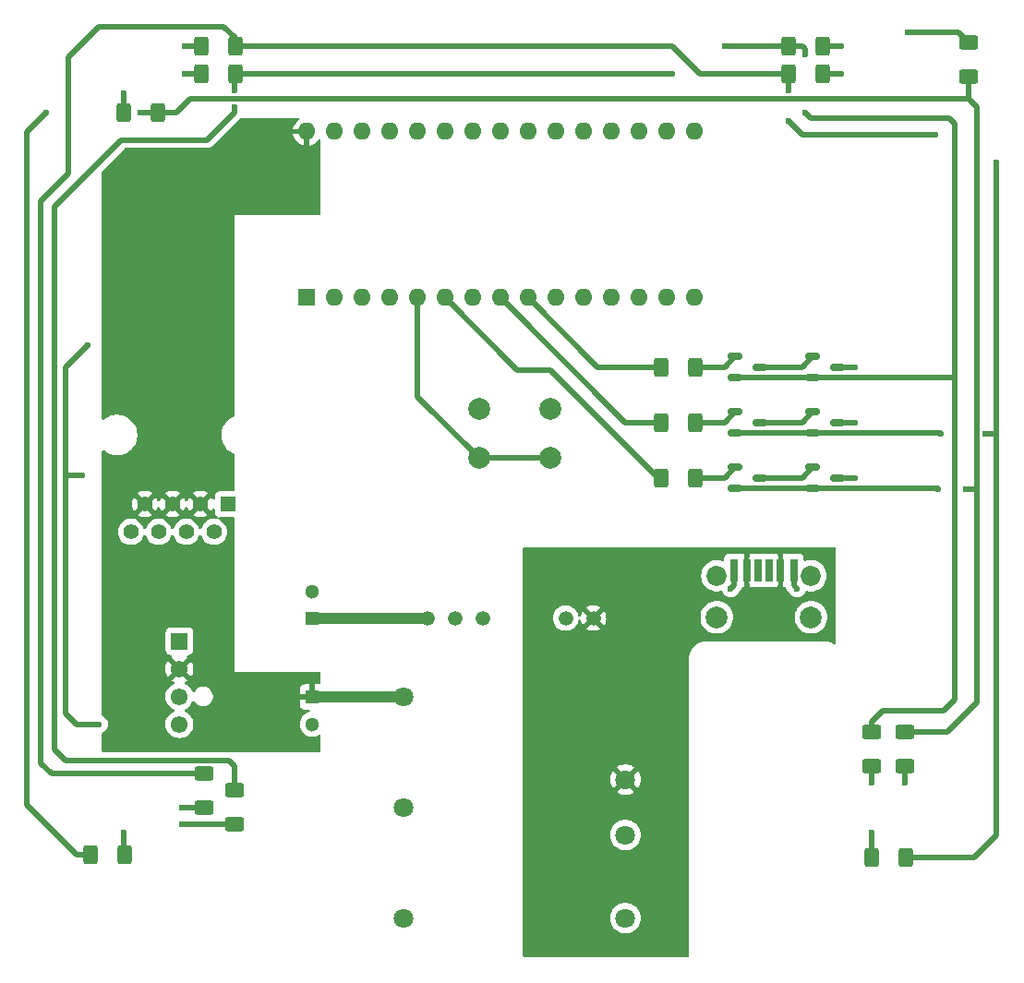
<source format=gbr>
%TF.GenerationSoftware,KiCad,Pcbnew,8.0.8*%
%TF.CreationDate,2025-06-01T20:52:10+02:00*%
%TF.ProjectId,DIYFAN_V1,44495946-414e-45f5-9631-2e6b69636164,rev?*%
%TF.SameCoordinates,Original*%
%TF.FileFunction,Copper,L1,Top*%
%TF.FilePolarity,Positive*%
%FSLAX46Y46*%
G04 Gerber Fmt 4.6, Leading zero omitted, Abs format (unit mm)*
G04 Created by KiCad (PCBNEW 8.0.8) date 2025-06-01 20:52:10*
%MOMM*%
%LPD*%
G01*
G04 APERTURE LIST*
G04 Aperture macros list*
%AMRoundRect*
0 Rectangle with rounded corners*
0 $1 Rounding radius*
0 $2 $3 $4 $5 $6 $7 $8 $9 X,Y pos of 4 corners*
0 Add a 4 corners polygon primitive as box body*
4,1,4,$2,$3,$4,$5,$6,$7,$8,$9,$2,$3,0*
0 Add four circle primitives for the rounded corners*
1,1,$1+$1,$2,$3*
1,1,$1+$1,$4,$5*
1,1,$1+$1,$6,$7*
1,1,$1+$1,$8,$9*
0 Add four rect primitives between the rounded corners*
20,1,$1+$1,$2,$3,$4,$5,0*
20,1,$1+$1,$4,$5,$6,$7,0*
20,1,$1+$1,$6,$7,$8,$9,0*
20,1,$1+$1,$8,$9,$2,$3,0*%
G04 Aperture macros list end*
%TA.AperFunction,SMDPad,CuDef*%
%ADD10RoundRect,0.250000X-0.400000X-0.625000X0.400000X-0.625000X0.400000X0.625000X-0.400000X0.625000X0*%
%TD*%
%TA.AperFunction,SMDPad,CuDef*%
%ADD11R,0.700000X2.070000*%
%TD*%
%TA.AperFunction,SMDPad,CuDef*%
%ADD12R,0.760000X2.070000*%
%TD*%
%TA.AperFunction,SMDPad,CuDef*%
%ADD13R,0.800000X2.070000*%
%TD*%
%TA.AperFunction,ComponentPad*%
%ADD14C,1.850000*%
%TD*%
%TA.AperFunction,ComponentPad*%
%ADD15C,2.010000*%
%TD*%
%TA.AperFunction,ComponentPad*%
%ADD16R,1.400000X1.400000*%
%TD*%
%TA.AperFunction,ComponentPad*%
%ADD17C,1.400000*%
%TD*%
%TA.AperFunction,SMDPad,CuDef*%
%ADD18RoundRect,0.250000X0.400000X0.625000X-0.400000X0.625000X-0.400000X-0.625000X0.400000X-0.625000X0*%
%TD*%
%TA.AperFunction,SMDPad,CuDef*%
%ADD19RoundRect,0.250000X0.625000X-0.400000X0.625000X0.400000X-0.625000X0.400000X-0.625000X-0.400000X0*%
%TD*%
%TA.AperFunction,SMDPad,CuDef*%
%ADD20RoundRect,0.250000X-0.625000X0.400000X-0.625000X-0.400000X0.625000X-0.400000X0.625000X0.400000X0*%
%TD*%
%TA.AperFunction,SMDPad,CuDef*%
%ADD21RoundRect,0.150000X-0.512500X-0.150000X0.512500X-0.150000X0.512500X0.150000X-0.512500X0.150000X0*%
%TD*%
%TA.AperFunction,ComponentPad*%
%ADD22R,1.300000X1.300000*%
%TD*%
%TA.AperFunction,ComponentPad*%
%ADD23C,1.300000*%
%TD*%
%TA.AperFunction,ComponentPad*%
%ADD24C,1.337000*%
%TD*%
%TA.AperFunction,ComponentPad*%
%ADD25R,1.530000X1.530000*%
%TD*%
%TA.AperFunction,ComponentPad*%
%ADD26C,1.550000*%
%TD*%
%TA.AperFunction,ComponentPad*%
%ADD27R,1.600000X1.600000*%
%TD*%
%TA.AperFunction,ComponentPad*%
%ADD28O,1.600000X1.600000*%
%TD*%
%TA.AperFunction,ComponentPad*%
%ADD29C,1.800000*%
%TD*%
%TA.AperFunction,ComponentPad*%
%ADD30C,2.000000*%
%TD*%
%TA.AperFunction,ViaPad*%
%ADD31C,0.600000*%
%TD*%
%TA.AperFunction,Conductor*%
%ADD32C,1.000000*%
%TD*%
%TA.AperFunction,Conductor*%
%ADD33C,0.500000*%
%TD*%
G04 APERTURE END LIST*
D10*
%TO.P,R2,1*%
%TO.N,B*%
X90932000Y-125984000D03*
%TO.P,R2,2*%
%TO.N,Net-(D1-RK)*%
X94032000Y-125984000D03*
%TD*%
D11*
%TO.P,J1,A5,CC1*%
%TO.N,unconnected-(J1-CC1-PadA5)*%
X152154000Y-99913000D03*
D12*
%TO.P,J1,A9,VBUS_1*%
%TO.N,+5VD*%
X154174000Y-99913000D03*
D13*
%TO.P,J1,A12,GND_1*%
%TO.N,GNDD*%
X155404000Y-99913000D03*
D11*
%TO.P,J1,B5,CC2*%
%TO.N,unconnected-(J1-CC2-PadB5)*%
X153154000Y-99913000D03*
D12*
%TO.P,J1,B9,VBUS_2*%
%TO.N,+5VD*%
X151134000Y-99913000D03*
D13*
%TO.P,J1,B12,GND_2*%
%TO.N,GNDD*%
X149904000Y-99913000D03*
D14*
%TO.P,J1,MH1,MH1*%
%TO.N,unconnected-(J1-PadMH1)*%
X148334000Y-100428000D03*
%TO.P,J1,MH2,MH2*%
%TO.N,unconnected-(J1-PadMH2)*%
X156974000Y-100428000D03*
D15*
%TO.P,J1,MH3,MH3*%
%TO.N,unconnected-(J1-PadMH3)*%
X148334000Y-104228000D03*
%TO.P,J1,MH4,MH4*%
%TO.N,unconnected-(J1-PadMH4)*%
X156974000Y-104228000D03*
%TD*%
D16*
%TO.P,J2,1,1*%
%TO.N,PWM_D9*%
X103505000Y-93858000D03*
D17*
%TO.P,J2,2,2*%
%TO.N,unconnected-(J2-Pad2)*%
X102235000Y-96398000D03*
%TO.P,J2,3,3*%
%TO.N,+12V*%
X100965000Y-93858000D03*
%TO.P,J2,4,4*%
%TO.N,GND*%
X99695000Y-96398000D03*
%TO.P,J2,5,5*%
%TO.N,+12V*%
X98425000Y-93858000D03*
%TO.P,J2,6,6*%
%TO.N,GND*%
X97155000Y-96398000D03*
%TO.P,J2,7,7*%
%TO.N,+12V*%
X95885000Y-93858000D03*
%TO.P,J2,8,8*%
%TO.N,GND*%
X94615000Y-96398000D03*
%TD*%
D18*
%TO.P,R8,1*%
%TO.N,R*%
X104166000Y-51816000D03*
%TO.P,R8,2*%
%TO.N,Net-(D2-GK)*%
X101066000Y-51816000D03*
%TD*%
D10*
%TO.P,R11,1*%
%TO.N,R*%
X154914000Y-54356000D03*
%TO.P,R11,2*%
%TO.N,Net-(D3-GK)*%
X158014000Y-54356000D03*
%TD*%
%TO.P,R5,1*%
%TO.N,PWM_D6*%
X143230000Y-81280000D03*
%TO.P,R5,2*%
%TO.N,Net-(Q5-B)*%
X146330000Y-81280000D03*
%TD*%
D19*
%TO.P,R10,1*%
%TO.N,B*%
X171450000Y-54636000D03*
%TO.P,R10,2*%
%TO.N,Net-(D3-RK)*%
X171450000Y-51536000D03*
%TD*%
D20*
%TO.P,R6,1*%
%TO.N,G*%
X104140000Y-120116000D03*
%TO.P,R6,2*%
%TO.N,Net-(D1-BK)*%
X104140000Y-123216000D03*
%TD*%
D21*
%TO.P,Q6,1,B*%
%TO.N,Net-(Q5-E)*%
X157104500Y-80330000D03*
%TO.P,Q6,2,C*%
%TO.N,G*%
X157104500Y-82230000D03*
%TO.P,Q6,3,E*%
%TO.N,GND*%
X159379500Y-81280000D03*
%TD*%
D10*
%TO.P,R1,1*%
%TO.N,PWM_D3*%
X143230000Y-91440000D03*
%TO.P,R1,2*%
%TO.N,Net-(Q1-B)*%
X146330000Y-91440000D03*
%TD*%
D21*
%TO.P,Q1,1,B*%
%TO.N,Net-(Q1-B)*%
X149992500Y-90490000D03*
%TO.P,Q1,2,C*%
%TO.N,B*%
X149992500Y-92390000D03*
%TO.P,Q1,3,E*%
%TO.N,Net-(Q1-E)*%
X152267500Y-91440000D03*
%TD*%
D20*
%TO.P,R15,1*%
%TO.N,G*%
X162560000Y-114782000D03*
%TO.P,R15,2*%
%TO.N,Net-(D4-BK)*%
X162560000Y-117882000D03*
%TD*%
%TO.P,R13,1*%
%TO.N,B*%
X165608000Y-114782000D03*
%TO.P,R13,2*%
%TO.N,Net-(D4-RK)*%
X165608000Y-117882000D03*
%TD*%
D22*
%TO.P,CP1,1,1*%
%TO.N,+12V*%
X111252000Y-111546000D03*
D23*
%TO.P,CP1,2,2*%
%TO.N,GND*%
X111252000Y-114046000D03*
%TD*%
D18*
%TO.P,R7,1*%
%TO.N,B*%
X97054000Y-57912000D03*
%TO.P,R7,2*%
%TO.N,Net-(D2-RK)*%
X93954000Y-57912000D03*
%TD*%
D22*
%TO.P,CP2,1,1*%
%TO.N,+5V*%
X111252000Y-104354000D03*
D23*
%TO.P,CP2,2,2*%
%TO.N,GND*%
X111252000Y-101854000D03*
%TD*%
D24*
%TO.P,PS2,1,+VIN*%
%TO.N,+5VD*%
X137014000Y-104312000D03*
%TO.P,PS2,2,-VIN*%
%TO.N,GNDD*%
X134474000Y-104312000D03*
%TO.P,PS2,5,-VOUT*%
%TO.N,GND*%
X126854000Y-104312000D03*
%TO.P,PS2,6,NO_PIN*%
%TO.N,unconnected-(PS2-NO_PIN-Pad6)*%
X124314000Y-104312000D03*
%TO.P,PS2,7,+VOUT*%
%TO.N,+5V*%
X121774000Y-104312000D03*
%TD*%
D25*
%TO.P,J3,1,1*%
%TO.N,GND*%
X99060000Y-106426000D03*
D26*
%TO.P,J3,2,2*%
%TO.N,+12V*%
X99060000Y-108966000D03*
%TO.P,J3,3,3*%
%TO.N,unconnected-(J3-Pad3)*%
X99060000Y-111506000D03*
%TO.P,J3,4,4*%
%TO.N,PWM_D9*%
X99060000Y-114046000D03*
%TD*%
D21*
%TO.P,Q4,1,B*%
%TO.N,Net-(Q3-E)*%
X157104500Y-85410000D03*
%TO.P,Q4,2,C*%
%TO.N,R*%
X157104500Y-87310000D03*
%TO.P,Q4,3,E*%
%TO.N,GND*%
X159379500Y-86360000D03*
%TD*%
D10*
%TO.P,R12,1*%
%TO.N,G*%
X154914000Y-51816000D03*
%TO.P,R12,2*%
%TO.N,Net-(D3-BK)*%
X158014000Y-51816000D03*
%TD*%
D18*
%TO.P,R14,1*%
%TO.N,R*%
X165634000Y-126238000D03*
%TO.P,R14,2*%
%TO.N,Net-(D4-GK)*%
X162534000Y-126238000D03*
%TD*%
D20*
%TO.P,R4,2*%
%TO.N,Net-(D1-GK)*%
X101346000Y-121692000D03*
%TO.P,R4,1*%
%TO.N,R*%
X101346000Y-118592000D03*
%TD*%
D10*
%TO.P,R3,1*%
%TO.N,PWM_D5*%
X143230000Y-86360000D03*
%TO.P,R3,2*%
%TO.N,Net-(Q3-B)*%
X146330000Y-86360000D03*
%TD*%
D27*
%TO.P,A1,1,D1/TX*%
%TO.N,unconnected-(A1-D1{slash}TX-Pad1)*%
X110744000Y-74920000D03*
D28*
%TO.P,A1,2,D0/RX*%
%TO.N,unconnected-(A1-D0{slash}RX-Pad2)*%
X113284000Y-74920000D03*
%TO.P,A1,3,~{RESET}*%
%TO.N,unconnected-(A1-~{RESET}-Pad3)*%
X115824000Y-74920000D03*
%TO.P,A1,4,GND*%
%TO.N,GND*%
X118364000Y-74920000D03*
%TO.P,A1,5,D2*%
%TO.N,Net-(A1-D2)*%
X120904000Y-74920000D03*
%TO.P,A1,6,D3*%
%TO.N,PWM_D3*%
X123444000Y-74920000D03*
%TO.P,A1,7,D4*%
%TO.N,unconnected-(A1-D4-Pad7)*%
X125984000Y-74920000D03*
%TO.P,A1,8,D5*%
%TO.N,PWM_D5*%
X128524000Y-74920000D03*
%TO.P,A1,9,D6*%
%TO.N,PWM_D6*%
X131064000Y-74920000D03*
%TO.P,A1,10,D7*%
%TO.N,unconnected-(A1-D7-Pad10)*%
X133604000Y-74920000D03*
%TO.P,A1,11,D8*%
%TO.N,unconnected-(A1-D8-Pad11)*%
X136144000Y-74920000D03*
%TO.P,A1,12,D9*%
%TO.N,PWM_D9*%
X138684000Y-74920000D03*
%TO.P,A1,13,D10*%
%TO.N,unconnected-(A1-D10-Pad13)*%
X141224000Y-74920000D03*
%TO.P,A1,14,D11*%
%TO.N,unconnected-(A1-D11-Pad14)*%
X143764000Y-74920000D03*
%TO.P,A1,15,D12*%
%TO.N,unconnected-(A1-D12-Pad15)*%
X146304000Y-74920000D03*
%TO.P,A1,16,D13*%
%TO.N,unconnected-(A1-D13-Pad16)*%
X146304000Y-59680000D03*
%TO.P,A1,17,3V3*%
%TO.N,+3V3*%
X143764000Y-59680000D03*
%TO.P,A1,18,AREF*%
%TO.N,unconnected-(A1-AREF-Pad18)*%
X141224000Y-59680000D03*
%TO.P,A1,19,A0*%
%TO.N,unconnected-(A1-A0-Pad19)*%
X138684000Y-59680000D03*
%TO.P,A1,20,A1*%
%TO.N,unconnected-(A1-A1-Pad20)*%
X136144000Y-59680000D03*
%TO.P,A1,21,A2*%
%TO.N,unconnected-(A1-A2-Pad21)*%
X133604000Y-59680000D03*
%TO.P,A1,22,A3*%
%TO.N,unconnected-(A1-A3-Pad22)*%
X131064000Y-59680000D03*
%TO.P,A1,23,A4*%
%TO.N,unconnected-(A1-A4-Pad23)*%
X128524000Y-59680000D03*
%TO.P,A1,24,A5*%
%TO.N,unconnected-(A1-A5-Pad24)*%
X125984000Y-59680000D03*
%TO.P,A1,25,A6*%
%TO.N,unconnected-(A1-A6-Pad25)*%
X123444000Y-59680000D03*
%TO.P,A1,26,A7*%
%TO.N,unconnected-(A1-A7-Pad26)*%
X120904000Y-59680000D03*
%TO.P,A1,27,+5V*%
%TO.N,unconnected-(A1-+5V-Pad27)*%
X118364000Y-59680000D03*
%TO.P,A1,28,~{RESET}*%
%TO.N,unconnected-(A1-~{RESET}-Pad28)*%
X115824000Y-59680000D03*
%TO.P,A1,29,GND*%
%TO.N,GND*%
X113284000Y-59680000D03*
%TO.P,A1,30,VIN*%
%TO.N,+12V*%
X110744000Y-59680000D03*
%TD*%
D21*
%TO.P,Q3,1,B*%
%TO.N,Net-(Q3-B)*%
X149992500Y-85410000D03*
%TO.P,Q3,2,C*%
%TO.N,R*%
X149992500Y-87310000D03*
%TO.P,Q3,3,E*%
%TO.N,Net-(Q3-E)*%
X152267500Y-86360000D03*
%TD*%
%TO.P,Q2,1,B*%
%TO.N,Net-(Q1-E)*%
X157104500Y-90490000D03*
%TO.P,Q2,2,C*%
%TO.N,B*%
X157104500Y-92390000D03*
%TO.P,Q2,3,E*%
%TO.N,GND*%
X159379500Y-91440000D03*
%TD*%
%TO.P,Q5,1,B*%
%TO.N,Net-(Q5-B)*%
X149992500Y-80330000D03*
%TO.P,Q5,2,C*%
%TO.N,G*%
X149992500Y-82230000D03*
%TO.P,Q5,3,E*%
%TO.N,Net-(Q5-E)*%
X152267500Y-81280000D03*
%TD*%
D29*
%TO.P,PS1,1,+VIN*%
%TO.N,+5VD*%
X139954000Y-119126000D03*
%TO.P,PS1,2,-VIN*%
%TO.N,GNDD*%
X139954000Y-124206000D03*
%TO.P,PS1,3,+VOUT*%
%TO.N,+12V*%
X119634000Y-111506000D03*
%TO.P,PS1,4,TRIM*%
%TO.N,unconnected-(PS1-TRIM-Pad4)*%
X119634000Y-121666000D03*
%TO.P,PS1,5,-VOUT*%
%TO.N,GND*%
X119634000Y-131826000D03*
%TO.P,PS1,6,R.C.*%
%TO.N,unconnected-(PS1-R.C.-Pad6)*%
X139954000Y-131826000D03*
%TD*%
D18*
%TO.P,R9,1*%
%TO.N,G*%
X104166000Y-54356000D03*
%TO.P,R9,2*%
%TO.N,Net-(D2-BK)*%
X101066000Y-54356000D03*
%TD*%
D30*
%TO.P,SW1,1,1*%
%TO.N,GND*%
X133044000Y-85126000D03*
X126544000Y-85126000D03*
%TO.P,SW1,2,2*%
%TO.N,Net-(A1-D2)*%
X133044000Y-89626000D03*
X126544000Y-89626000D03*
%TD*%
D31*
%TO.N,GND*%
X161036000Y-86360000D03*
X161036000Y-81280000D03*
X161036000Y-91440000D03*
%TO.N,R*%
X168910000Y-87376000D03*
X173990000Y-62484000D03*
X154940000Y-58674000D03*
X172974000Y-87376000D03*
X154940000Y-55880000D03*
X168402000Y-59944000D03*
%TO.N,B*%
X95504000Y-57912000D03*
X86868000Y-57912000D03*
X171196000Y-92456000D03*
X168656000Y-92456000D03*
%TO.N,G*%
X149098000Y-51816000D03*
X156464000Y-57912000D03*
X156464000Y-52578000D03*
X144272000Y-54356000D03*
X104140000Y-55880000D03*
X104140000Y-57404000D03*
%TO.N,Net-(D2-GK)*%
X99568000Y-51816000D03*
%TO.N,Net-(D2-RK)*%
X93980000Y-56134000D03*
%TO.N,Net-(D2-BK)*%
X99568000Y-54356000D03*
%TO.N,Net-(D4-RK)*%
X165608000Y-119380000D03*
%TO.N,Net-(D4-GK)*%
X162560000Y-123952000D03*
%TO.N,Net-(D4-BK)*%
X162560000Y-119380000D03*
%TO.N,Net-(D3-BK)*%
X159766000Y-51816000D03*
%TO.N,Net-(D3-RK)*%
X165862000Y-50546000D03*
%TO.N,Net-(D3-GK)*%
X159766000Y-54356000D03*
%TO.N,GNDD*%
X155702000Y-101600000D03*
X149606000Y-101600000D03*
%TO.N,PWM_D9*%
X91694000Y-114046000D03*
X90678000Y-79248000D03*
X90170000Y-91186000D03*
%TO.N,Net-(D1-GK)*%
X99314000Y-121666000D03*
%TO.N,Net-(D1-RK)*%
X93980000Y-123952000D03*
%TO.N,Net-(D1-BK)*%
X99314000Y-123190000D03*
%TD*%
D32*
%TO.N,+5V*%
X111294000Y-104312000D02*
X111252000Y-104354000D01*
X121774000Y-104312000D02*
X111294000Y-104312000D01*
%TO.N,+12V*%
X119594000Y-111546000D02*
X119634000Y-111506000D01*
X111252000Y-111546000D02*
X119594000Y-111546000D01*
D33*
%TO.N,Net-(A1-D2)*%
X126544000Y-89626000D02*
X120904000Y-83986000D01*
X126544000Y-89626000D02*
X133044000Y-89626000D01*
X120904000Y-83986000D02*
X120904000Y-74920000D01*
%TO.N,GND*%
X159379500Y-81280000D02*
X161036000Y-81280000D01*
X159379500Y-86360000D02*
X161036000Y-86360000D01*
X159379500Y-91440000D02*
X161036000Y-91440000D01*
%TO.N,PWM_D6*%
X131064000Y-74920000D02*
X137424000Y-81280000D01*
X137424000Y-81280000D02*
X143230000Y-81280000D01*
%TO.N,PWM_D5*%
X139964000Y-86360000D02*
X143230000Y-86360000D01*
X128524000Y-74920000D02*
X139964000Y-86360000D01*
%TO.N,PWM_D3*%
X133096000Y-81534000D02*
X143002000Y-91440000D01*
X143002000Y-91440000D02*
X143230000Y-91440000D01*
X123444000Y-74920000D02*
X130058000Y-81534000D01*
X130058000Y-81534000D02*
X133096000Y-81534000D01*
%TO.N,R*%
X166878000Y-59944000D02*
X168402000Y-59944000D01*
X104166000Y-51816000D02*
X144272000Y-51816000D01*
X88900000Y-52832000D02*
X88900000Y-63500000D01*
X104166000Y-51816000D02*
X104166000Y-51080000D01*
X91694000Y-50038000D02*
X88900000Y-52832000D01*
X144272000Y-51816000D02*
X146812000Y-54356000D01*
X146812000Y-54356000D02*
X154914000Y-54356000D01*
X87350000Y-118592000D02*
X101346000Y-118592000D01*
X103124000Y-50038000D02*
X91694000Y-50038000D01*
X173990000Y-87376000D02*
X173990000Y-62484000D01*
X86360000Y-117602000D02*
X87350000Y-118592000D01*
X173990000Y-124206000D02*
X173990000Y-87376000D01*
X104166000Y-51080000D02*
X103124000Y-50038000D01*
X88900000Y-63500000D02*
X86360000Y-66040000D01*
X165634000Y-126238000D02*
X171958000Y-126238000D01*
X149992500Y-87310000D02*
X157104500Y-87310000D01*
X156210000Y-59944000D02*
X166878000Y-59944000D01*
X154914000Y-55854000D02*
X154940000Y-55880000D01*
X157104500Y-87310000D02*
X168844000Y-87310000D01*
X171958000Y-126238000D02*
X173990000Y-124206000D01*
X86360000Y-66040000D02*
X86360000Y-117602000D01*
X154940000Y-58674000D02*
X156210000Y-59944000D01*
X154914000Y-54356000D02*
X154914000Y-55854000D01*
X172974000Y-87376000D02*
X173990000Y-87376000D01*
X168844000Y-87310000D02*
X168910000Y-87376000D01*
%TO.N,B*%
X169444000Y-114782000D02*
X172212000Y-112014000D01*
X165608000Y-114782000D02*
X169444000Y-114782000D01*
X85090000Y-59690000D02*
X86868000Y-57912000D01*
X100076000Y-56642000D02*
X171450000Y-56642000D01*
X89662000Y-125984000D02*
X86614000Y-122936000D01*
X97054000Y-57912000D02*
X97054000Y-57886000D01*
X90932000Y-125984000D02*
X89662000Y-125984000D01*
X171450000Y-56642000D02*
X171450000Y-54636000D01*
X85090000Y-65532000D02*
X85090000Y-61214000D01*
X172212000Y-112014000D02*
X172212000Y-92456000D01*
X86614000Y-122936000D02*
X85090000Y-121412000D01*
X97054000Y-57912000D02*
X98806000Y-57912000D01*
X85090000Y-61214000D02*
X85090000Y-59690000D01*
X149992500Y-92390000D02*
X157104500Y-92390000D01*
X157104500Y-92390000D02*
X168590000Y-92390000D01*
X172212000Y-57404000D02*
X171450000Y-56642000D01*
X168590000Y-92390000D02*
X168656000Y-92456000D01*
X98806000Y-57912000D02*
X100076000Y-56642000D01*
X85090000Y-121412000D02*
X85090000Y-117602000D01*
X95504000Y-57912000D02*
X97054000Y-57912000D01*
X172212000Y-92456000D02*
X172212000Y-57404000D01*
X171196000Y-92456000D02*
X172212000Y-92456000D01*
X85090000Y-117602000D02*
X85090000Y-65532000D01*
%TO.N,G*%
X170180000Y-82296000D02*
X170180000Y-58928000D01*
X170114000Y-82230000D02*
X170180000Y-82296000D01*
X162560000Y-113792000D02*
X163576000Y-112776000D01*
X104140000Y-117856000D02*
X103632000Y-117348000D01*
X91694000Y-117348000D02*
X89408000Y-117348000D01*
X156464000Y-52578000D02*
X156464000Y-52070000D01*
X104140000Y-54382000D02*
X104166000Y-54356000D01*
X101600000Y-60452000D02*
X104140000Y-57912000D01*
X170180000Y-111760000D02*
X170180000Y-82296000D01*
X156972000Y-58420000D02*
X156464000Y-57912000D01*
X93726000Y-60452000D02*
X100330000Y-60452000D01*
X156210000Y-51816000D02*
X154914000Y-51816000D01*
X163576000Y-112776000D02*
X169164000Y-112776000D01*
X104140000Y-57912000D02*
X104140000Y-57404000D01*
X87630000Y-114046000D02*
X87630000Y-66548000D01*
X103632000Y-117348000D02*
X91694000Y-117348000D01*
X88646000Y-117348000D02*
X87630000Y-116332000D01*
X89408000Y-117348000D02*
X88646000Y-117348000D01*
X157104500Y-82230000D02*
X170114000Y-82230000D01*
X170180000Y-58928000D02*
X169672000Y-58420000D01*
X104140000Y-55880000D02*
X104140000Y-54382000D01*
X149992500Y-82230000D02*
X157104500Y-82230000D01*
X89662000Y-64516000D02*
X93726000Y-60452000D01*
X149098000Y-51816000D02*
X154914000Y-51816000D01*
X87630000Y-116332000D02*
X87630000Y-114046000D01*
X87630000Y-66548000D02*
X89662000Y-64516000D01*
X104140000Y-120116000D02*
X104140000Y-117856000D01*
X162560000Y-114782000D02*
X162560000Y-113792000D01*
X156464000Y-52070000D02*
X156210000Y-51816000D01*
X169672000Y-58420000D02*
X156972000Y-58420000D01*
X169164000Y-112776000D02*
X170180000Y-111760000D01*
X144272000Y-54356000D02*
X144018000Y-54356000D01*
X144272000Y-54356000D02*
X104166000Y-54356000D01*
X100330000Y-60452000D02*
X101600000Y-60452000D01*
%TO.N,Net-(D2-GK)*%
X99568000Y-51816000D02*
X101066000Y-51816000D01*
%TO.N,Net-(Q1-B)*%
X146330000Y-91440000D02*
X149042500Y-91440000D01*
X149042500Y-91440000D02*
X149992500Y-90490000D01*
%TO.N,Net-(Q1-E)*%
X156154500Y-91440000D02*
X157104500Y-90490000D01*
X152267500Y-91440000D02*
X156154500Y-91440000D01*
%TO.N,Net-(Q3-B)*%
X149042500Y-86360000D02*
X149992500Y-85410000D01*
X146330000Y-86360000D02*
X149042500Y-86360000D01*
%TO.N,Net-(D2-RK)*%
X93980000Y-56134000D02*
X93980000Y-57886000D01*
X93980000Y-57886000D02*
X93954000Y-57912000D01*
%TO.N,Net-(Q3-E)*%
X152267500Y-86360000D02*
X156154500Y-86360000D01*
X156154500Y-86360000D02*
X157104500Y-85410000D01*
%TO.N,Net-(D2-BK)*%
X99568000Y-54356000D02*
X101066000Y-54356000D01*
%TO.N,Net-(Q5-B)*%
X149042500Y-81280000D02*
X149992500Y-80330000D01*
X146330000Y-81280000D02*
X149042500Y-81280000D01*
%TO.N,Net-(Q5-E)*%
X156154500Y-81280000D02*
X157104500Y-80330000D01*
X152267500Y-81280000D02*
X156154500Y-81280000D01*
%TO.N,Net-(D4-RK)*%
X165608000Y-119380000D02*
X165608000Y-117882000D01*
%TO.N,Net-(D4-GK)*%
X162560000Y-123952000D02*
X162560000Y-126212000D01*
X162560000Y-126212000D02*
X162534000Y-126238000D01*
%TO.N,Net-(D4-BK)*%
X162560000Y-119380000D02*
X162560000Y-117882000D01*
%TO.N,Net-(D3-BK)*%
X158014000Y-51816000D02*
X159766000Y-51816000D01*
%TO.N,Net-(D3-RK)*%
X170460000Y-50546000D02*
X171450000Y-51536000D01*
X165862000Y-50546000D02*
X170460000Y-50546000D01*
%TO.N,Net-(D3-GK)*%
X158014000Y-54356000D02*
X159766000Y-54356000D01*
%TO.N,GNDD*%
X149904000Y-101302000D02*
X149606000Y-101600000D01*
X149904000Y-99913000D02*
X149904000Y-101302000D01*
X155404000Y-99913000D02*
X155404000Y-101302000D01*
X155404000Y-101302000D02*
X155702000Y-101600000D01*
%TO.N,PWM_D9*%
X88646000Y-91186000D02*
X88646000Y-81280000D01*
X90170000Y-91186000D02*
X88646000Y-91186000D01*
X91694000Y-114046000D02*
X89662000Y-114046000D01*
X89662000Y-114046000D02*
X88646000Y-113030000D01*
X88646000Y-81280000D02*
X90678000Y-79248000D01*
X88646000Y-113030000D02*
X88646000Y-92964000D01*
X88646000Y-92964000D02*
X88646000Y-91186000D01*
%TO.N,Net-(D1-GK)*%
X99314000Y-121666000D02*
X101320000Y-121666000D01*
%TO.N,Net-(D1-RK)*%
X93980000Y-123952000D02*
X93980000Y-125932000D01*
X93980000Y-125932000D02*
X94032000Y-125984000D01*
X93980000Y-126466000D02*
X93954000Y-126492000D01*
%TO.N,Net-(D1-BK)*%
X99314000Y-123190000D02*
X104114000Y-123190000D01*
X104114000Y-123190000D02*
X104140000Y-123216000D01*
%TO.N,Net-(D1-GK)*%
X101320000Y-121666000D02*
X101346000Y-121692000D01*
%TD*%
%TA.AperFunction,Conductor*%
%TO.N,+12V*%
G36*
X109950747Y-58439685D02*
G01*
X109996502Y-58492489D01*
X110006446Y-58561647D01*
X109977421Y-58625203D01*
X109954832Y-58645575D01*
X109905179Y-58680342D01*
X109744342Y-58841179D01*
X109613865Y-59027517D01*
X109517734Y-59233673D01*
X109517730Y-59233682D01*
X109465127Y-59429999D01*
X109465128Y-59430000D01*
X110310988Y-59430000D01*
X110278075Y-59487007D01*
X110244000Y-59614174D01*
X110244000Y-59745826D01*
X110278075Y-59872993D01*
X110310988Y-59930000D01*
X109465128Y-59930000D01*
X109517730Y-60126317D01*
X109517734Y-60126326D01*
X109613865Y-60332482D01*
X109744342Y-60518820D01*
X109905179Y-60679657D01*
X110091517Y-60810134D01*
X110297673Y-60906265D01*
X110297682Y-60906269D01*
X110493999Y-60958872D01*
X110494000Y-60958871D01*
X110494000Y-60113012D01*
X110551007Y-60145925D01*
X110678174Y-60180000D01*
X110809826Y-60180000D01*
X110936993Y-60145925D01*
X110994000Y-60113012D01*
X110994000Y-60958872D01*
X111190317Y-60906269D01*
X111190326Y-60906265D01*
X111396482Y-60810134D01*
X111582820Y-60679657D01*
X111743660Y-60518817D01*
X111788425Y-60454887D01*
X111843002Y-60411262D01*
X111912500Y-60404069D01*
X111974855Y-60435591D01*
X112010269Y-60495821D01*
X112014000Y-60526010D01*
X112014000Y-67186000D01*
X111994315Y-67253039D01*
X111941511Y-67298794D01*
X111890000Y-67310000D01*
X104140000Y-67310000D01*
X104140000Y-85685204D01*
X104120315Y-85752243D01*
X104067511Y-85797998D01*
X104063454Y-85799765D01*
X103954788Y-85844776D01*
X103954785Y-85844777D01*
X103954777Y-85844781D01*
X103744706Y-85966067D01*
X103552263Y-86113733D01*
X103552256Y-86113739D01*
X103380739Y-86285256D01*
X103380733Y-86285263D01*
X103233067Y-86477706D01*
X103111777Y-86687785D01*
X103111773Y-86687794D01*
X103018947Y-86911895D01*
X102956161Y-87146214D01*
X102924500Y-87386711D01*
X102924500Y-87629288D01*
X102956161Y-87869785D01*
X103018947Y-88104104D01*
X103111773Y-88328205D01*
X103111776Y-88328212D01*
X103233064Y-88538289D01*
X103233066Y-88538292D01*
X103233067Y-88538293D01*
X103380733Y-88730736D01*
X103380739Y-88730743D01*
X103552256Y-88902260D01*
X103552262Y-88902265D01*
X103744711Y-89049936D01*
X103954788Y-89171224D01*
X103954793Y-89171226D01*
X103954799Y-89171229D01*
X104063452Y-89216234D01*
X104117856Y-89260074D01*
X104139921Y-89326368D01*
X104140000Y-89330795D01*
X104140000Y-92533500D01*
X104120315Y-92600539D01*
X104067511Y-92646294D01*
X104016000Y-92657500D01*
X102757129Y-92657500D01*
X102757123Y-92657501D01*
X102697516Y-92663908D01*
X102562671Y-92714202D01*
X102562664Y-92714206D01*
X102447455Y-92800452D01*
X102447452Y-92800455D01*
X102361206Y-92915664D01*
X102361202Y-92915671D01*
X102310908Y-93050517D01*
X102304501Y-93110116D01*
X102304500Y-93110135D01*
X102304500Y-93328698D01*
X102284815Y-93395737D01*
X102232011Y-93441492D01*
X102162853Y-93451436D01*
X102099297Y-93422411D01*
X102069500Y-93383970D01*
X101989633Y-93223577D01*
X101989631Y-93223574D01*
X101973860Y-93202691D01*
X101407137Y-93769414D01*
X101384333Y-93684306D01*
X101325090Y-93581694D01*
X101241306Y-93497910D01*
X101138694Y-93438667D01*
X101053584Y-93415861D01*
X101618327Y-92851118D01*
X101618326Y-92851117D01*
X101502181Y-92779203D01*
X101502175Y-92779200D01*
X101294804Y-92698865D01*
X101076193Y-92658000D01*
X100853807Y-92658000D01*
X100635195Y-92698865D01*
X100427824Y-92779200D01*
X100427818Y-92779204D01*
X100311672Y-92851117D01*
X100311671Y-92851118D01*
X100876415Y-93415861D01*
X100791306Y-93438667D01*
X100688694Y-93497910D01*
X100604910Y-93581694D01*
X100545667Y-93684306D01*
X100522861Y-93769414D01*
X99956138Y-93202691D01*
X99956137Y-93202691D01*
X99940369Y-93223571D01*
X99841240Y-93422649D01*
X99814267Y-93517452D01*
X99776987Y-93576545D01*
X99713678Y-93606103D01*
X99644438Y-93596741D01*
X99591252Y-93551432D01*
X99575733Y-93517452D01*
X99548759Y-93422649D01*
X99449633Y-93223577D01*
X99449631Y-93223574D01*
X99433860Y-93202691D01*
X98867137Y-93769414D01*
X98844333Y-93684306D01*
X98785090Y-93581694D01*
X98701306Y-93497910D01*
X98598694Y-93438667D01*
X98513584Y-93415861D01*
X99078327Y-92851118D01*
X99078326Y-92851117D01*
X98962181Y-92779203D01*
X98962175Y-92779200D01*
X98754804Y-92698865D01*
X98536193Y-92658000D01*
X98313807Y-92658000D01*
X98095195Y-92698865D01*
X97887824Y-92779200D01*
X97887818Y-92779204D01*
X97771672Y-92851117D01*
X97771671Y-92851118D01*
X98336415Y-93415861D01*
X98251306Y-93438667D01*
X98148694Y-93497910D01*
X98064910Y-93581694D01*
X98005667Y-93684306D01*
X97982861Y-93769414D01*
X97416138Y-93202691D01*
X97416137Y-93202691D01*
X97400369Y-93223571D01*
X97301240Y-93422649D01*
X97274267Y-93517452D01*
X97236987Y-93576545D01*
X97173678Y-93606103D01*
X97104438Y-93596741D01*
X97051252Y-93551432D01*
X97035733Y-93517452D01*
X97008759Y-93422649D01*
X96909633Y-93223577D01*
X96909631Y-93223574D01*
X96893860Y-93202691D01*
X96327137Y-93769414D01*
X96304333Y-93684306D01*
X96245090Y-93581694D01*
X96161306Y-93497910D01*
X96058694Y-93438667D01*
X95973584Y-93415861D01*
X96538327Y-92851118D01*
X96538326Y-92851117D01*
X96422181Y-92779203D01*
X96422175Y-92779200D01*
X96214804Y-92698865D01*
X95996193Y-92658000D01*
X95773807Y-92658000D01*
X95555195Y-92698865D01*
X95347824Y-92779200D01*
X95347818Y-92779204D01*
X95231672Y-92851117D01*
X95231671Y-92851118D01*
X95796415Y-93415861D01*
X95711306Y-93438667D01*
X95608694Y-93497910D01*
X95524910Y-93581694D01*
X95465667Y-93684306D01*
X95442861Y-93769414D01*
X94876138Y-93202691D01*
X94876137Y-93202691D01*
X94860369Y-93223571D01*
X94761240Y-93422649D01*
X94700378Y-93636560D01*
X94679859Y-93857999D01*
X94679859Y-93858000D01*
X94700378Y-94079439D01*
X94761240Y-94293350D01*
X94860364Y-94492419D01*
X94860366Y-94492421D01*
X94876138Y-94513306D01*
X95442861Y-93946584D01*
X95465667Y-94031694D01*
X95524910Y-94134306D01*
X95608694Y-94218090D01*
X95711306Y-94277333D01*
X95796415Y-94300138D01*
X95231671Y-94864880D01*
X95347823Y-94936798D01*
X95347824Y-94936799D01*
X95555195Y-95017134D01*
X95773807Y-95058000D01*
X95996193Y-95058000D01*
X96214804Y-95017134D01*
X96422177Y-94936798D01*
X96422178Y-94936797D01*
X96538327Y-94864880D01*
X95973585Y-94300138D01*
X96058694Y-94277333D01*
X96161306Y-94218090D01*
X96245090Y-94134306D01*
X96304333Y-94031694D01*
X96327138Y-93946584D01*
X96893860Y-94513306D01*
X96893861Y-94513306D01*
X96909631Y-94492425D01*
X96909632Y-94492422D01*
X97008760Y-94293349D01*
X97035733Y-94198548D01*
X97073012Y-94139454D01*
X97136322Y-94109896D01*
X97205561Y-94119258D01*
X97258748Y-94164567D01*
X97274267Y-94198548D01*
X97301239Y-94293349D01*
X97400364Y-94492419D01*
X97400366Y-94492421D01*
X97416138Y-94513306D01*
X97982861Y-93946584D01*
X98005667Y-94031694D01*
X98064910Y-94134306D01*
X98148694Y-94218090D01*
X98251306Y-94277333D01*
X98336415Y-94300138D01*
X97771671Y-94864880D01*
X97887823Y-94936798D01*
X97887824Y-94936799D01*
X98095195Y-95017134D01*
X98313807Y-95058000D01*
X98536193Y-95058000D01*
X98754804Y-95017134D01*
X98962177Y-94936798D01*
X98962178Y-94936797D01*
X99078327Y-94864880D01*
X98513585Y-94300138D01*
X98598694Y-94277333D01*
X98701306Y-94218090D01*
X98785090Y-94134306D01*
X98844333Y-94031694D01*
X98867138Y-93946584D01*
X99433860Y-94513306D01*
X99433861Y-94513306D01*
X99449631Y-94492425D01*
X99449632Y-94492422D01*
X99548760Y-94293349D01*
X99575733Y-94198548D01*
X99613012Y-94139454D01*
X99676322Y-94109896D01*
X99745561Y-94119258D01*
X99798748Y-94164567D01*
X99814267Y-94198548D01*
X99841239Y-94293349D01*
X99940364Y-94492419D01*
X99940366Y-94492421D01*
X99956138Y-94513306D01*
X100522861Y-93946584D01*
X100545667Y-94031694D01*
X100604910Y-94134306D01*
X100688694Y-94218090D01*
X100791306Y-94277333D01*
X100876415Y-94300138D01*
X100311671Y-94864880D01*
X100427823Y-94936798D01*
X100427824Y-94936799D01*
X100635195Y-95017134D01*
X100853807Y-95058000D01*
X101076193Y-95058000D01*
X101294804Y-95017134D01*
X101502177Y-94936798D01*
X101502178Y-94936797D01*
X101618327Y-94864880D01*
X101053585Y-94300138D01*
X101138694Y-94277333D01*
X101241306Y-94218090D01*
X101325090Y-94134306D01*
X101384333Y-94031694D01*
X101407138Y-93946584D01*
X101973860Y-94513306D01*
X101973861Y-94513306D01*
X101989631Y-94492425D01*
X101989635Y-94492419D01*
X102069500Y-94332028D01*
X102117002Y-94280791D01*
X102184665Y-94263369D01*
X102251006Y-94285294D01*
X102294961Y-94339605D01*
X102304500Y-94387298D01*
X102304500Y-94605869D01*
X102304501Y-94605876D01*
X102310908Y-94665483D01*
X102361202Y-94800328D01*
X102361206Y-94800335D01*
X102409525Y-94864880D01*
X102447454Y-94915546D01*
X102557070Y-94997605D01*
X102598941Y-95053538D01*
X102603925Y-95123230D01*
X102570440Y-95184553D01*
X102509116Y-95218037D01*
X102459974Y-95218760D01*
X102415490Y-95210444D01*
X102346243Y-95197500D01*
X102123757Y-95197500D01*
X101905060Y-95238382D01*
X101773864Y-95289207D01*
X101697601Y-95318752D01*
X101697595Y-95318754D01*
X101508439Y-95435874D01*
X101508437Y-95435876D01*
X101344020Y-95585761D01*
X101209943Y-95763308D01*
X101209938Y-95763316D01*
X101110775Y-95962461D01*
X101110769Y-95962476D01*
X101084266Y-96055627D01*
X101046987Y-96114721D01*
X100983677Y-96144278D01*
X100914438Y-96134916D01*
X100861251Y-96089606D01*
X100845734Y-96055627D01*
X100819230Y-95962476D01*
X100819229Y-95962472D01*
X100819224Y-95962461D01*
X100720061Y-95763316D01*
X100720056Y-95763308D01*
X100585979Y-95585761D01*
X100421562Y-95435876D01*
X100421560Y-95435874D01*
X100232404Y-95318754D01*
X100232398Y-95318752D01*
X100232388Y-95318748D01*
X100024940Y-95238382D01*
X99806243Y-95197500D01*
X99583757Y-95197500D01*
X99365060Y-95238382D01*
X99233864Y-95289207D01*
X99157601Y-95318752D01*
X99157595Y-95318754D01*
X98968439Y-95435874D01*
X98968437Y-95435876D01*
X98804020Y-95585761D01*
X98669943Y-95763308D01*
X98669938Y-95763316D01*
X98570775Y-95962461D01*
X98570769Y-95962476D01*
X98544266Y-96055627D01*
X98506987Y-96114721D01*
X98443677Y-96144278D01*
X98374438Y-96134916D01*
X98321251Y-96089606D01*
X98305734Y-96055627D01*
X98279230Y-95962476D01*
X98279229Y-95962472D01*
X98279224Y-95962461D01*
X98180061Y-95763316D01*
X98180056Y-95763308D01*
X98045979Y-95585761D01*
X97881562Y-95435876D01*
X97881560Y-95435874D01*
X97692404Y-95318754D01*
X97692398Y-95318752D01*
X97692388Y-95318748D01*
X97484940Y-95238382D01*
X97266243Y-95197500D01*
X97043757Y-95197500D01*
X96825060Y-95238382D01*
X96693864Y-95289207D01*
X96617601Y-95318752D01*
X96617595Y-95318754D01*
X96428439Y-95435874D01*
X96428437Y-95435876D01*
X96264020Y-95585761D01*
X96129943Y-95763308D01*
X96129938Y-95763316D01*
X96030775Y-95962461D01*
X96030769Y-95962476D01*
X96004266Y-96055627D01*
X95966987Y-96114721D01*
X95903677Y-96144278D01*
X95834438Y-96134916D01*
X95781251Y-96089606D01*
X95765734Y-96055627D01*
X95739230Y-95962476D01*
X95739229Y-95962472D01*
X95739224Y-95962461D01*
X95640061Y-95763316D01*
X95640056Y-95763308D01*
X95505979Y-95585761D01*
X95341562Y-95435876D01*
X95341560Y-95435874D01*
X95152404Y-95318754D01*
X95152398Y-95318752D01*
X95152388Y-95318748D01*
X94944940Y-95238382D01*
X94726243Y-95197500D01*
X94503757Y-95197500D01*
X94285060Y-95238382D01*
X94153864Y-95289207D01*
X94077601Y-95318752D01*
X94077595Y-95318754D01*
X93888439Y-95435874D01*
X93888437Y-95435876D01*
X93724020Y-95585761D01*
X93589943Y-95763308D01*
X93589938Y-95763316D01*
X93490775Y-95962461D01*
X93490769Y-95962476D01*
X93429885Y-96176462D01*
X93429884Y-96176464D01*
X93409357Y-96397999D01*
X93409357Y-96398000D01*
X93429884Y-96619535D01*
X93429885Y-96619537D01*
X93490769Y-96833523D01*
X93490775Y-96833538D01*
X93589938Y-97032683D01*
X93589943Y-97032691D01*
X93724020Y-97210238D01*
X93888437Y-97360123D01*
X93888439Y-97360125D01*
X94077595Y-97477245D01*
X94077596Y-97477245D01*
X94077599Y-97477247D01*
X94285060Y-97557618D01*
X94503757Y-97598500D01*
X94503759Y-97598500D01*
X94726241Y-97598500D01*
X94726243Y-97598500D01*
X94944940Y-97557618D01*
X95152401Y-97477247D01*
X95341562Y-97360124D01*
X95505981Y-97210236D01*
X95640058Y-97032689D01*
X95739229Y-96833528D01*
X95765734Y-96740371D01*
X95803013Y-96681278D01*
X95866323Y-96651721D01*
X95935562Y-96661083D01*
X95988749Y-96706393D01*
X96004266Y-96740372D01*
X96030769Y-96833523D01*
X96030775Y-96833538D01*
X96129938Y-97032683D01*
X96129943Y-97032691D01*
X96264020Y-97210238D01*
X96428437Y-97360123D01*
X96428439Y-97360125D01*
X96617595Y-97477245D01*
X96617596Y-97477245D01*
X96617599Y-97477247D01*
X96825060Y-97557618D01*
X97043757Y-97598500D01*
X97043759Y-97598500D01*
X97266241Y-97598500D01*
X97266243Y-97598500D01*
X97484940Y-97557618D01*
X97692401Y-97477247D01*
X97881562Y-97360124D01*
X98045981Y-97210236D01*
X98180058Y-97032689D01*
X98279229Y-96833528D01*
X98305734Y-96740371D01*
X98343013Y-96681278D01*
X98406323Y-96651721D01*
X98475562Y-96661083D01*
X98528749Y-96706393D01*
X98544266Y-96740372D01*
X98570769Y-96833523D01*
X98570775Y-96833538D01*
X98669938Y-97032683D01*
X98669943Y-97032691D01*
X98804020Y-97210238D01*
X98968437Y-97360123D01*
X98968439Y-97360125D01*
X99157595Y-97477245D01*
X99157596Y-97477245D01*
X99157599Y-97477247D01*
X99365060Y-97557618D01*
X99583757Y-97598500D01*
X99583759Y-97598500D01*
X99806241Y-97598500D01*
X99806243Y-97598500D01*
X100024940Y-97557618D01*
X100232401Y-97477247D01*
X100421562Y-97360124D01*
X100585981Y-97210236D01*
X100720058Y-97032689D01*
X100819229Y-96833528D01*
X100845734Y-96740371D01*
X100883013Y-96681278D01*
X100946323Y-96651721D01*
X101015562Y-96661083D01*
X101068749Y-96706393D01*
X101084266Y-96740372D01*
X101110769Y-96833523D01*
X101110775Y-96833538D01*
X101209938Y-97032683D01*
X101209943Y-97032691D01*
X101344020Y-97210238D01*
X101508437Y-97360123D01*
X101508439Y-97360125D01*
X101697595Y-97477245D01*
X101697596Y-97477245D01*
X101697599Y-97477247D01*
X101905060Y-97557618D01*
X102123757Y-97598500D01*
X102123759Y-97598500D01*
X102346241Y-97598500D01*
X102346243Y-97598500D01*
X102564940Y-97557618D01*
X102772401Y-97477247D01*
X102961562Y-97360124D01*
X103125981Y-97210236D01*
X103260058Y-97032689D01*
X103359229Y-96833528D01*
X103420115Y-96619536D01*
X103440643Y-96398000D01*
X103420115Y-96176464D01*
X103359229Y-95962472D01*
X103359224Y-95962461D01*
X103260061Y-95763316D01*
X103260056Y-95763308D01*
X103125979Y-95585761D01*
X102961562Y-95435876D01*
X102961560Y-95435874D01*
X102772404Y-95318754D01*
X102772392Y-95318748D01*
X102719157Y-95298125D01*
X102663756Y-95255552D01*
X102640166Y-95189785D01*
X102655878Y-95121705D01*
X102705902Y-95072926D01*
X102763947Y-95058499D01*
X104016000Y-95058499D01*
X104083039Y-95078184D01*
X104128794Y-95130988D01*
X104140000Y-95182499D01*
X104140000Y-109220000D01*
X111890000Y-109220000D01*
X111957039Y-109239685D01*
X112002794Y-109292489D01*
X112014000Y-109344000D01*
X112014000Y-110272000D01*
X111994315Y-110339039D01*
X111941511Y-110384794D01*
X111890000Y-110396000D01*
X111502000Y-110396000D01*
X111502000Y-111230314D01*
X111497606Y-111225920D01*
X111406394Y-111173259D01*
X111304661Y-111146000D01*
X111199339Y-111146000D01*
X111097606Y-111173259D01*
X111006394Y-111225920D01*
X111002000Y-111230314D01*
X111002000Y-110396000D01*
X110554155Y-110396000D01*
X110494627Y-110402401D01*
X110494620Y-110402403D01*
X110359913Y-110452645D01*
X110359906Y-110452649D01*
X110244812Y-110538809D01*
X110244809Y-110538812D01*
X110158649Y-110653906D01*
X110158645Y-110653913D01*
X110108403Y-110788620D01*
X110108401Y-110788627D01*
X110102000Y-110848155D01*
X110102000Y-111296000D01*
X110936314Y-111296000D01*
X110931920Y-111300394D01*
X110879259Y-111391606D01*
X110852000Y-111493339D01*
X110852000Y-111598661D01*
X110879259Y-111700394D01*
X110931920Y-111791606D01*
X110936314Y-111796000D01*
X110102000Y-111796000D01*
X110102000Y-112243844D01*
X110108401Y-112303372D01*
X110108403Y-112303379D01*
X110158645Y-112438086D01*
X110158649Y-112438093D01*
X110244809Y-112553187D01*
X110244812Y-112553190D01*
X110359906Y-112639350D01*
X110359913Y-112639354D01*
X110494620Y-112689596D01*
X110494627Y-112689598D01*
X110554155Y-112695999D01*
X110554172Y-112696000D01*
X110888561Y-112696000D01*
X110955600Y-112715685D01*
X111001355Y-112768489D01*
X111011299Y-112837647D01*
X110982274Y-112901203D01*
X110933355Y-112935627D01*
X110736982Y-113011701D01*
X110736980Y-113011702D01*
X110555699Y-113123947D01*
X110398127Y-113267593D01*
X110269632Y-113437746D01*
X110174596Y-113628605D01*
X110174596Y-113628607D01*
X110116244Y-113833689D01*
X110096571Y-114045999D01*
X110096571Y-114046000D01*
X110116244Y-114258310D01*
X110174596Y-114463392D01*
X110174596Y-114463394D01*
X110269632Y-114654253D01*
X110377053Y-114796500D01*
X110398128Y-114824407D01*
X110555698Y-114968052D01*
X110736981Y-115080298D01*
X110935802Y-115157321D01*
X111145390Y-115196500D01*
X111145392Y-115196500D01*
X111358608Y-115196500D01*
X111358610Y-115196500D01*
X111568198Y-115157321D01*
X111767019Y-115080298D01*
X111824724Y-115044568D01*
X111892083Y-115026013D01*
X111958782Y-115046821D01*
X112003644Y-115100386D01*
X112014000Y-115149996D01*
X112014000Y-116462000D01*
X111994315Y-116529039D01*
X111941511Y-116574794D01*
X111890000Y-116586000D01*
X92072000Y-116586000D01*
X92004961Y-116566315D01*
X91959206Y-116513511D01*
X91948000Y-116462000D01*
X91948000Y-114893196D01*
X91967685Y-114826157D01*
X92020489Y-114780402D01*
X92031031Y-114776159D01*
X92043522Y-114771789D01*
X92196262Y-114675816D01*
X92323816Y-114548262D01*
X92419789Y-114395522D01*
X92479368Y-114225255D01*
X92499565Y-114046000D01*
X92479368Y-113866745D01*
X92419789Y-113696478D01*
X92323816Y-113543738D01*
X92196262Y-113416184D01*
X92179758Y-113405814D01*
X92043524Y-113320212D01*
X92043520Y-113320210D01*
X92031045Y-113315845D01*
X91974269Y-113275123D01*
X91948522Y-113210171D01*
X91948000Y-113198804D01*
X91948000Y-111505999D01*
X97779628Y-111505999D01*
X97779628Y-111506000D01*
X97799079Y-111728329D01*
X97799081Y-111728339D01*
X97856841Y-111943905D01*
X97856843Y-111943909D01*
X97856844Y-111943913D01*
X97951165Y-112146186D01*
X98079178Y-112329007D01*
X98236993Y-112486822D01*
X98419814Y-112614835D01*
X98524430Y-112663618D01*
X98576869Y-112709790D01*
X98596021Y-112776984D01*
X98575805Y-112843865D01*
X98524430Y-112888382D01*
X98419814Y-112937164D01*
X98317163Y-113009042D01*
X98236993Y-113065178D01*
X98236991Y-113065179D01*
X98236988Y-113065182D01*
X98079182Y-113222988D01*
X98079179Y-113222991D01*
X98079178Y-113222993D01*
X97968599Y-113380916D01*
X97951165Y-113405814D01*
X97856845Y-113608085D01*
X97856841Y-113608094D01*
X97799081Y-113823660D01*
X97799079Y-113823670D01*
X97779628Y-114045999D01*
X97779628Y-114046000D01*
X97799079Y-114268329D01*
X97799081Y-114268339D01*
X97856841Y-114483905D01*
X97856843Y-114483909D01*
X97856844Y-114483913D01*
X97951165Y-114686186D01*
X98079178Y-114869007D01*
X98236993Y-115026822D01*
X98419814Y-115154835D01*
X98622087Y-115249156D01*
X98837666Y-115306920D01*
X99015533Y-115322481D01*
X99059999Y-115326372D01*
X99060000Y-115326372D01*
X99060001Y-115326372D01*
X99097055Y-115323130D01*
X99282334Y-115306920D01*
X99497913Y-115249156D01*
X99700186Y-115154835D01*
X99883007Y-115026822D01*
X100040822Y-114869007D01*
X100168835Y-114686186D01*
X100263156Y-114483913D01*
X100320920Y-114268334D01*
X100340372Y-114046000D01*
X100320920Y-113823666D01*
X100263156Y-113608087D01*
X100168835Y-113405814D01*
X100040822Y-113222993D01*
X99883007Y-113065178D01*
X99700186Y-112937165D01*
X99595569Y-112888381D01*
X99543130Y-112842210D01*
X99523978Y-112775017D01*
X99544193Y-112708135D01*
X99595570Y-112663618D01*
X99700186Y-112614835D01*
X99883007Y-112486822D01*
X100040822Y-112329007D01*
X100168835Y-112146186D01*
X100238465Y-111996861D01*
X100284635Y-111944426D01*
X100351828Y-111925274D01*
X100418709Y-111945489D01*
X100453947Y-111980379D01*
X100520535Y-112080034D01*
X100520538Y-112080038D01*
X100645961Y-112205461D01*
X100645965Y-112205464D01*
X100793446Y-112304009D01*
X100793459Y-112304016D01*
X100853804Y-112329011D01*
X100957334Y-112371894D01*
X100957336Y-112371894D01*
X100957341Y-112371896D01*
X101131304Y-112406499D01*
X101131307Y-112406500D01*
X101131309Y-112406500D01*
X101308693Y-112406500D01*
X101308694Y-112406499D01*
X101366682Y-112394964D01*
X101482658Y-112371896D01*
X101482661Y-112371894D01*
X101482666Y-112371894D01*
X101646547Y-112304013D01*
X101794035Y-112205464D01*
X101919464Y-112080035D01*
X102018013Y-111932547D01*
X102085894Y-111768666D01*
X102091788Y-111739039D01*
X102120499Y-111594695D01*
X102120500Y-111594693D01*
X102120500Y-111417306D01*
X102120499Y-111417304D01*
X102085896Y-111243341D01*
X102085893Y-111243332D01*
X102018016Y-111079459D01*
X102018009Y-111079446D01*
X101919464Y-110931965D01*
X101919461Y-110931961D01*
X101794038Y-110806538D01*
X101794034Y-110806535D01*
X101646553Y-110707990D01*
X101646540Y-110707983D01*
X101482667Y-110640106D01*
X101482658Y-110640103D01*
X101308694Y-110605500D01*
X101308691Y-110605500D01*
X101131309Y-110605500D01*
X101131306Y-110605500D01*
X100957341Y-110640103D01*
X100957332Y-110640106D01*
X100793459Y-110707983D01*
X100793446Y-110707990D01*
X100645965Y-110806535D01*
X100645961Y-110806538D01*
X100520538Y-110931961D01*
X100453947Y-111031621D01*
X100400334Y-111076425D01*
X100331009Y-111085132D01*
X100267982Y-111054977D01*
X100238463Y-111015133D01*
X100168835Y-110865814D01*
X100040822Y-110682993D01*
X99883007Y-110525178D01*
X99707664Y-110402401D01*
X99700185Y-110397164D01*
X99594977Y-110348105D01*
X99542538Y-110301932D01*
X99523386Y-110234739D01*
X99543602Y-110167858D01*
X99594979Y-110123340D01*
X99699936Y-110074398D01*
X99699941Y-110074395D01*
X99767521Y-110027075D01*
X99197574Y-109457128D01*
X99256853Y-109441245D01*
X99373147Y-109374102D01*
X99468102Y-109279147D01*
X99535245Y-109162853D01*
X99551128Y-109103574D01*
X100121075Y-109673521D01*
X100168395Y-109605941D01*
X100168401Y-109605931D01*
X100262681Y-109403747D01*
X100262685Y-109403736D01*
X100320425Y-109188248D01*
X100320426Y-109188241D01*
X100339870Y-108966001D01*
X100339870Y-108965998D01*
X100320426Y-108743758D01*
X100320425Y-108743751D01*
X100262685Y-108528263D01*
X100262681Y-108528252D01*
X100168401Y-108326068D01*
X100168400Y-108326066D01*
X100121074Y-108258477D01*
X99551128Y-108828424D01*
X99535245Y-108769147D01*
X99468102Y-108652853D01*
X99373147Y-108557898D01*
X99256853Y-108490755D01*
X99197574Y-108474871D01*
X99767521Y-107904924D01*
X99766582Y-107894190D01*
X99741249Y-107862498D01*
X99734055Y-107792999D01*
X99765577Y-107730645D01*
X99825807Y-107695230D01*
X99855996Y-107691499D01*
X99872872Y-107691499D01*
X99932483Y-107685091D01*
X100067331Y-107634796D01*
X100182546Y-107548546D01*
X100268796Y-107433331D01*
X100319091Y-107298483D01*
X100325500Y-107238873D01*
X100325499Y-105613128D01*
X100319091Y-105553517D01*
X100300808Y-105504499D01*
X100268797Y-105418671D01*
X100268793Y-105418664D01*
X100182547Y-105303455D01*
X100182544Y-105303452D01*
X100067335Y-105217206D01*
X100067328Y-105217202D01*
X99932482Y-105166908D01*
X99932483Y-105166908D01*
X99872883Y-105160501D01*
X99872881Y-105160500D01*
X99872873Y-105160500D01*
X99872864Y-105160500D01*
X98247129Y-105160500D01*
X98247123Y-105160501D01*
X98187516Y-105166908D01*
X98052671Y-105217202D01*
X98052664Y-105217206D01*
X97937455Y-105303452D01*
X97937452Y-105303455D01*
X97851206Y-105418664D01*
X97851202Y-105418671D01*
X97800908Y-105553517D01*
X97794501Y-105613116D01*
X97794501Y-105613123D01*
X97794500Y-105613135D01*
X97794500Y-107238870D01*
X97794501Y-107238876D01*
X97800908Y-107298483D01*
X97851202Y-107433328D01*
X97851206Y-107433335D01*
X97937452Y-107548544D01*
X97937455Y-107548547D01*
X98052664Y-107634793D01*
X98052671Y-107634797D01*
X98097618Y-107651561D01*
X98187517Y-107685091D01*
X98247127Y-107691500D01*
X98263998Y-107691499D01*
X98331035Y-107711180D01*
X98376793Y-107763982D01*
X98386740Y-107833140D01*
X98357718Y-107896697D01*
X98352810Y-107901123D01*
X98352477Y-107904924D01*
X98922425Y-108474871D01*
X98863147Y-108490755D01*
X98746853Y-108557898D01*
X98651898Y-108652853D01*
X98584755Y-108769147D01*
X98568871Y-108828424D01*
X97998924Y-108258477D01*
X97998923Y-108258478D01*
X97951601Y-108326062D01*
X97951600Y-108326064D01*
X97857318Y-108528252D01*
X97857314Y-108528263D01*
X97799574Y-108743751D01*
X97799573Y-108743758D01*
X97780130Y-108965998D01*
X97780130Y-108966001D01*
X97799573Y-109188241D01*
X97799574Y-109188248D01*
X97857314Y-109403736D01*
X97857318Y-109403747D01*
X97951596Y-109605928D01*
X97998924Y-109673520D01*
X98568871Y-109103574D01*
X98584755Y-109162853D01*
X98651898Y-109279147D01*
X98746853Y-109374102D01*
X98863147Y-109441245D01*
X98922425Y-109457128D01*
X98352477Y-110027074D01*
X98420063Y-110074398D01*
X98525021Y-110123340D01*
X98577461Y-110169512D01*
X98596613Y-110236706D01*
X98576398Y-110303587D01*
X98525023Y-110348105D01*
X98419812Y-110397166D01*
X98412336Y-110402401D01*
X98236993Y-110525178D01*
X98236991Y-110525179D01*
X98236988Y-110525182D01*
X98079182Y-110682988D01*
X97951165Y-110865814D01*
X97856845Y-111068085D01*
X97856841Y-111068094D01*
X97799081Y-111283660D01*
X97799079Y-111283670D01*
X97779628Y-111505999D01*
X91948000Y-111505999D01*
X91948000Y-89019996D01*
X91967685Y-88952957D01*
X92020489Y-88907202D01*
X92089647Y-88897258D01*
X92147485Y-88921619D01*
X92314711Y-89049936D01*
X92524788Y-89171224D01*
X92748900Y-89264054D01*
X92983211Y-89326838D01*
X93163586Y-89350584D01*
X93223711Y-89358500D01*
X93223712Y-89358500D01*
X93466289Y-89358500D01*
X93514388Y-89352167D01*
X93706789Y-89326838D01*
X93941100Y-89264054D01*
X94165212Y-89171224D01*
X94375289Y-89049936D01*
X94567738Y-88902265D01*
X94739265Y-88730738D01*
X94886936Y-88538289D01*
X95008224Y-88328212D01*
X95101054Y-88104100D01*
X95163838Y-87869789D01*
X95195500Y-87629288D01*
X95195500Y-87386712D01*
X95163838Y-87146211D01*
X95101054Y-86911900D01*
X95008224Y-86687788D01*
X94886936Y-86477711D01*
X94739265Y-86285262D01*
X94739260Y-86285256D01*
X94567743Y-86113739D01*
X94567736Y-86113733D01*
X94375293Y-85966067D01*
X94375292Y-85966066D01*
X94375289Y-85966064D01*
X94165212Y-85844776D01*
X94056546Y-85799765D01*
X93941104Y-85751947D01*
X93706785Y-85689161D01*
X93466289Y-85657500D01*
X93466288Y-85657500D01*
X93223712Y-85657500D01*
X93223711Y-85657500D01*
X92983214Y-85689161D01*
X92748895Y-85751947D01*
X92524794Y-85844773D01*
X92524785Y-85844777D01*
X92314706Y-85966067D01*
X92147486Y-86094379D01*
X92082317Y-86119573D01*
X92013872Y-86105534D01*
X91963882Y-86056720D01*
X91948000Y-85996003D01*
X91948000Y-63342730D01*
X91967685Y-63275691D01*
X91984319Y-63255049D01*
X94000549Y-61238819D01*
X94061872Y-61205334D01*
X94088230Y-61202500D01*
X101673920Y-61202500D01*
X101771462Y-61183096D01*
X101818913Y-61173658D01*
X101955495Y-61117084D01*
X102004729Y-61084186D01*
X102078416Y-61034952D01*
X104657048Y-58456318D01*
X104718371Y-58422834D01*
X104744729Y-58420000D01*
X109883708Y-58420000D01*
X109950747Y-58439685D01*
G37*
%TD.AperFunction*%
%TD*%
%TA.AperFunction,Conductor*%
%TO.N,+5VD*%
G36*
X159201039Y-97809685D02*
G01*
X159246794Y-97862489D01*
X159258000Y-97914000D01*
X159258000Y-106573187D01*
X159238315Y-106640226D01*
X159185511Y-106685981D01*
X159116353Y-106695925D01*
X159066960Y-106677502D01*
X158970643Y-106615602D01*
X158970626Y-106615593D01*
X158773321Y-106525487D01*
X158565179Y-106464370D01*
X158350462Y-106433500D01*
X158307892Y-106433500D01*
X147385892Y-106433500D01*
X147320000Y-106433500D01*
X147211538Y-106433500D01*
X147211537Y-106433500D01*
X146996820Y-106464370D01*
X146788678Y-106525487D01*
X146591373Y-106615593D01*
X146591357Y-106615602D01*
X146408874Y-106732877D01*
X146408867Y-106732883D01*
X146244933Y-106874931D01*
X146244931Y-106874933D01*
X146102883Y-107038867D01*
X146102877Y-107038874D01*
X145985602Y-107221357D01*
X145985593Y-107221373D01*
X145895487Y-107418678D01*
X145834370Y-107626820D01*
X145803500Y-107841537D01*
X145803500Y-135265500D01*
X145783815Y-135332539D01*
X145731011Y-135378294D01*
X145679500Y-135389500D01*
X130680000Y-135389500D01*
X130612961Y-135369815D01*
X130567206Y-135317011D01*
X130556000Y-135265500D01*
X130556000Y-131825993D01*
X138548700Y-131825993D01*
X138548700Y-131826006D01*
X138567864Y-132057297D01*
X138567866Y-132057308D01*
X138624842Y-132282300D01*
X138718075Y-132494848D01*
X138845016Y-132689147D01*
X138845019Y-132689151D01*
X138845021Y-132689153D01*
X139002216Y-132859913D01*
X139002219Y-132859915D01*
X139002222Y-132859918D01*
X139185365Y-133002464D01*
X139185371Y-133002468D01*
X139185374Y-133002470D01*
X139389497Y-133112936D01*
X139503487Y-133152068D01*
X139609015Y-133188297D01*
X139609017Y-133188297D01*
X139609019Y-133188298D01*
X139837951Y-133226500D01*
X139837952Y-133226500D01*
X140070048Y-133226500D01*
X140070049Y-133226500D01*
X140298981Y-133188298D01*
X140518503Y-133112936D01*
X140722626Y-133002470D01*
X140905784Y-132859913D01*
X141062979Y-132689153D01*
X141189924Y-132494849D01*
X141283157Y-132282300D01*
X141340134Y-132057305D01*
X141359300Y-131826000D01*
X141359300Y-131825993D01*
X141340135Y-131594702D01*
X141340133Y-131594691D01*
X141283157Y-131369699D01*
X141189924Y-131157151D01*
X141062983Y-130962852D01*
X141062980Y-130962849D01*
X141062979Y-130962847D01*
X140905784Y-130792087D01*
X140905779Y-130792083D01*
X140905777Y-130792081D01*
X140722634Y-130649535D01*
X140722628Y-130649531D01*
X140518504Y-130539064D01*
X140518495Y-130539061D01*
X140298984Y-130463702D01*
X140127282Y-130435050D01*
X140070049Y-130425500D01*
X139837951Y-130425500D01*
X139792164Y-130433140D01*
X139609015Y-130463702D01*
X139389504Y-130539061D01*
X139389495Y-130539064D01*
X139185371Y-130649531D01*
X139185365Y-130649535D01*
X139002222Y-130792081D01*
X139002219Y-130792084D01*
X138845016Y-130962852D01*
X138718075Y-131157151D01*
X138624842Y-131369699D01*
X138567866Y-131594691D01*
X138567864Y-131594702D01*
X138548700Y-131825993D01*
X130556000Y-131825993D01*
X130556000Y-124205993D01*
X138548700Y-124205993D01*
X138548700Y-124206006D01*
X138567864Y-124437297D01*
X138567866Y-124437308D01*
X138624842Y-124662300D01*
X138718075Y-124874848D01*
X138845016Y-125069147D01*
X138845019Y-125069151D01*
X138845021Y-125069153D01*
X139002216Y-125239913D01*
X139002219Y-125239915D01*
X139002222Y-125239918D01*
X139185365Y-125382464D01*
X139185371Y-125382468D01*
X139185374Y-125382470D01*
X139389497Y-125492936D01*
X139503487Y-125532068D01*
X139609015Y-125568297D01*
X139609017Y-125568297D01*
X139609019Y-125568298D01*
X139837951Y-125606500D01*
X139837952Y-125606500D01*
X140070048Y-125606500D01*
X140070049Y-125606500D01*
X140298981Y-125568298D01*
X140518503Y-125492936D01*
X140722626Y-125382470D01*
X140905784Y-125239913D01*
X141062979Y-125069153D01*
X141189924Y-124874849D01*
X141283157Y-124662300D01*
X141340134Y-124437305D01*
X141359300Y-124206000D01*
X141359300Y-124205993D01*
X141340135Y-123974702D01*
X141340133Y-123974691D01*
X141283157Y-123749699D01*
X141189924Y-123537151D01*
X141062983Y-123342852D01*
X141062980Y-123342849D01*
X141062979Y-123342847D01*
X140905784Y-123172087D01*
X140905779Y-123172083D01*
X140905777Y-123172081D01*
X140722634Y-123029535D01*
X140722628Y-123029531D01*
X140518504Y-122919064D01*
X140518495Y-122919061D01*
X140298984Y-122843702D01*
X140127282Y-122815050D01*
X140070049Y-122805500D01*
X139837951Y-122805500D01*
X139792164Y-122813140D01*
X139609015Y-122843702D01*
X139389504Y-122919061D01*
X139389495Y-122919064D01*
X139185371Y-123029531D01*
X139185365Y-123029535D01*
X139002222Y-123172081D01*
X139002219Y-123172084D01*
X138845016Y-123342852D01*
X138718075Y-123537151D01*
X138624842Y-123749699D01*
X138567866Y-123974691D01*
X138567864Y-123974702D01*
X138548700Y-124205993D01*
X130556000Y-124205993D01*
X130556000Y-119125994D01*
X138549202Y-119125994D01*
X138549202Y-119126005D01*
X138568361Y-119357218D01*
X138625317Y-119582135D01*
X138718516Y-119794609D01*
X138802811Y-119923633D01*
X139389387Y-119337058D01*
X139394889Y-119357591D01*
X139473881Y-119494408D01*
X139585592Y-119606119D01*
X139722409Y-119685111D01*
X139742940Y-119690612D01*
X139155201Y-120278351D01*
X139185649Y-120302050D01*
X139389697Y-120412476D01*
X139389706Y-120412479D01*
X139609139Y-120487811D01*
X139837993Y-120526000D01*
X140070007Y-120526000D01*
X140298860Y-120487811D01*
X140518293Y-120412479D01*
X140518301Y-120412476D01*
X140722355Y-120302047D01*
X140752797Y-120278351D01*
X140752798Y-120278350D01*
X140165060Y-119690612D01*
X140185591Y-119685111D01*
X140322408Y-119606119D01*
X140434119Y-119494408D01*
X140513111Y-119357591D01*
X140518612Y-119337060D01*
X141105186Y-119923634D01*
X141189484Y-119794606D01*
X141282682Y-119582135D01*
X141339638Y-119357218D01*
X141358798Y-119126005D01*
X141358798Y-119125994D01*
X141339638Y-118894781D01*
X141282682Y-118669864D01*
X141189483Y-118457390D01*
X141105186Y-118328364D01*
X140518612Y-118914939D01*
X140513111Y-118894409D01*
X140434119Y-118757592D01*
X140322408Y-118645881D01*
X140185591Y-118566889D01*
X140165058Y-118561387D01*
X140752797Y-117973647D01*
X140752797Y-117973645D01*
X140722360Y-117949955D01*
X140722354Y-117949951D01*
X140518302Y-117839523D01*
X140518293Y-117839520D01*
X140298860Y-117764188D01*
X140070007Y-117726000D01*
X139837993Y-117726000D01*
X139609139Y-117764188D01*
X139389706Y-117839520D01*
X139389697Y-117839523D01*
X139185650Y-117949949D01*
X139155200Y-117973647D01*
X139742941Y-118561387D01*
X139722409Y-118566889D01*
X139585592Y-118645881D01*
X139473881Y-118757592D01*
X139394889Y-118894409D01*
X139389387Y-118914940D01*
X138802812Y-118328365D01*
X138718516Y-118457391D01*
X138718514Y-118457395D01*
X138625317Y-118669864D01*
X138568361Y-118894781D01*
X138549202Y-119125994D01*
X130556000Y-119125994D01*
X130556000Y-104311999D01*
X133299992Y-104311999D01*
X133299992Y-104312000D01*
X133319981Y-104527718D01*
X133319981Y-104527720D01*
X133319982Y-104527723D01*
X133367480Y-104694664D01*
X133379271Y-104736104D01*
X133475838Y-104930036D01*
X133606399Y-105102926D01*
X133766501Y-105248878D01*
X133766503Y-105248880D01*
X133950696Y-105362927D01*
X133950697Y-105362927D01*
X133950700Y-105362929D01*
X134152717Y-105441191D01*
X134365676Y-105481000D01*
X134365678Y-105481000D01*
X134582322Y-105481000D01*
X134582324Y-105481000D01*
X134795283Y-105441191D01*
X134997300Y-105362929D01*
X135181498Y-105248879D01*
X135341602Y-105102924D01*
X135472162Y-104930036D01*
X135568730Y-104736101D01*
X135624994Y-104538350D01*
X135662271Y-104479260D01*
X135725580Y-104449702D01*
X135794820Y-104459063D01*
X135848007Y-104504373D01*
X135863525Y-104538353D01*
X135919735Y-104735914D01*
X135919738Y-104735920D01*
X136016266Y-104929773D01*
X136027627Y-104944818D01*
X136624000Y-104348445D01*
X136624000Y-104363344D01*
X136650578Y-104462534D01*
X136701923Y-104551465D01*
X136774535Y-104624077D01*
X136863466Y-104675422D01*
X136962656Y-104702000D01*
X136977554Y-104702000D01*
X136383553Y-105295998D01*
X136490925Y-105362479D01*
X136692856Y-105440707D01*
X136905725Y-105480500D01*
X137122275Y-105480500D01*
X137335142Y-105440707D01*
X137335143Y-105440707D01*
X137537076Y-105362479D01*
X137537077Y-105362478D01*
X137644445Y-105295998D01*
X137050447Y-104702000D01*
X137065344Y-104702000D01*
X137164534Y-104675422D01*
X137253465Y-104624077D01*
X137326077Y-104551465D01*
X137377422Y-104462534D01*
X137404000Y-104363344D01*
X137404000Y-104348447D01*
X138000371Y-104944818D01*
X138011733Y-104929773D01*
X138011738Y-104929765D01*
X138108261Y-104735920D01*
X138108264Y-104735914D01*
X138167524Y-104527633D01*
X138167525Y-104527630D01*
X138187506Y-104312000D01*
X138187506Y-104311999D01*
X138179722Y-104228000D01*
X146823845Y-104228000D01*
X146842438Y-104464243D01*
X146897754Y-104694654D01*
X146897758Y-104694666D01*
X146988441Y-104913596D01*
X147112255Y-105115642D01*
X147112256Y-105115644D01*
X147112259Y-105115647D01*
X147266159Y-105295841D01*
X147405646Y-105414974D01*
X147446355Y-105449743D01*
X147446357Y-105449744D01*
X147648403Y-105573558D01*
X147725807Y-105605619D01*
X147867336Y-105664243D01*
X148097760Y-105719562D01*
X148334000Y-105738155D01*
X148570240Y-105719562D01*
X148800664Y-105664243D01*
X149019596Y-105573558D01*
X149221647Y-105449741D01*
X149401841Y-105295841D01*
X149555741Y-105115647D01*
X149679558Y-104913596D01*
X149770243Y-104694664D01*
X149825562Y-104464240D01*
X149844155Y-104228000D01*
X155463845Y-104228000D01*
X155482438Y-104464243D01*
X155537754Y-104694654D01*
X155537758Y-104694666D01*
X155628441Y-104913596D01*
X155752255Y-105115642D01*
X155752256Y-105115644D01*
X155752259Y-105115647D01*
X155906159Y-105295841D01*
X156045646Y-105414974D01*
X156086355Y-105449743D01*
X156086357Y-105449744D01*
X156288403Y-105573558D01*
X156365807Y-105605619D01*
X156507336Y-105664243D01*
X156737760Y-105719562D01*
X156974000Y-105738155D01*
X157210240Y-105719562D01*
X157440664Y-105664243D01*
X157659596Y-105573558D01*
X157861647Y-105449741D01*
X158041841Y-105295841D01*
X158195741Y-105115647D01*
X158319558Y-104913596D01*
X158410243Y-104694664D01*
X158465562Y-104464240D01*
X158484155Y-104228000D01*
X158465562Y-103991760D01*
X158410243Y-103761336D01*
X158319558Y-103542404D01*
X158319558Y-103542403D01*
X158195744Y-103340357D01*
X158195743Y-103340355D01*
X158128410Y-103261519D01*
X158041841Y-103160159D01*
X157922706Y-103058408D01*
X157861644Y-103006256D01*
X157861642Y-103006255D01*
X157659596Y-102882441D01*
X157440666Y-102791758D01*
X157440668Y-102791758D01*
X157440664Y-102791757D01*
X157440660Y-102791756D01*
X157440654Y-102791754D01*
X157210243Y-102736438D01*
X156974000Y-102717845D01*
X156737756Y-102736438D01*
X156507345Y-102791754D01*
X156507333Y-102791758D01*
X156288403Y-102882441D01*
X156086357Y-103006255D01*
X156086355Y-103006256D01*
X155906159Y-103160159D01*
X155752256Y-103340355D01*
X155752255Y-103340357D01*
X155628441Y-103542403D01*
X155537758Y-103761333D01*
X155537754Y-103761345D01*
X155482438Y-103991756D01*
X155463845Y-104228000D01*
X149844155Y-104228000D01*
X149825562Y-103991760D01*
X149770243Y-103761336D01*
X149679558Y-103542404D01*
X149679558Y-103542403D01*
X149555744Y-103340357D01*
X149555743Y-103340355D01*
X149488410Y-103261519D01*
X149401841Y-103160159D01*
X149282706Y-103058408D01*
X149221644Y-103006256D01*
X149221642Y-103006255D01*
X149019596Y-102882441D01*
X148800666Y-102791758D01*
X148800668Y-102791758D01*
X148800664Y-102791757D01*
X148800660Y-102791756D01*
X148800654Y-102791754D01*
X148570243Y-102736438D01*
X148334000Y-102717845D01*
X148097756Y-102736438D01*
X147867345Y-102791754D01*
X147867333Y-102791758D01*
X147648403Y-102882441D01*
X147446357Y-103006255D01*
X147446355Y-103006256D01*
X147266159Y-103160159D01*
X147112256Y-103340355D01*
X147112255Y-103340357D01*
X146988441Y-103542403D01*
X146897758Y-103761333D01*
X146897754Y-103761345D01*
X146842438Y-103991756D01*
X146823845Y-104228000D01*
X138179722Y-104228000D01*
X138167525Y-104096369D01*
X138167524Y-104096366D01*
X138108264Y-103888085D01*
X138108261Y-103888079D01*
X138011734Y-103694227D01*
X138000371Y-103679180D01*
X137404000Y-104275552D01*
X137404000Y-104260656D01*
X137377422Y-104161466D01*
X137326077Y-104072535D01*
X137253465Y-103999923D01*
X137164534Y-103948578D01*
X137065344Y-103922000D01*
X137050447Y-103922000D01*
X137644445Y-103328000D01*
X137644444Y-103327999D01*
X137537080Y-103261522D01*
X137537074Y-103261520D01*
X137335143Y-103183292D01*
X137122275Y-103143500D01*
X136905725Y-103143500D01*
X136692857Y-103183292D01*
X136692856Y-103183292D01*
X136490926Y-103261519D01*
X136383553Y-103328000D01*
X136977554Y-103922000D01*
X136962656Y-103922000D01*
X136863466Y-103948578D01*
X136774535Y-103999923D01*
X136701923Y-104072535D01*
X136650578Y-104161466D01*
X136624000Y-104260656D01*
X136624000Y-104275553D01*
X136027627Y-103679181D01*
X136027626Y-103679181D01*
X136016266Y-103694226D01*
X136016265Y-103694228D01*
X135919738Y-103888079D01*
X135919735Y-103888085D01*
X135863525Y-104085646D01*
X135826246Y-104144740D01*
X135762936Y-104174297D01*
X135693697Y-104164935D01*
X135640510Y-104119625D01*
X135624994Y-104085650D01*
X135568730Y-103887899D01*
X135568728Y-103887895D01*
X135472293Y-103694228D01*
X135472162Y-103693964D01*
X135341602Y-103521076D01*
X135341600Y-103521073D01*
X135181498Y-103375121D01*
X135181496Y-103375119D01*
X134997303Y-103261072D01*
X134997297Y-103261070D01*
X134795283Y-103182809D01*
X134582324Y-103143000D01*
X134365676Y-103143000D01*
X134152717Y-103182809D01*
X134024964Y-103232300D01*
X133950702Y-103261070D01*
X133950696Y-103261072D01*
X133766503Y-103375119D01*
X133766501Y-103375121D01*
X133606399Y-103521073D01*
X133475838Y-103693963D01*
X133379271Y-103887895D01*
X133319981Y-104096281D01*
X133299992Y-104311999D01*
X130556000Y-104311999D01*
X130556000Y-100427994D01*
X146903615Y-100427994D01*
X146903615Y-100428005D01*
X146923123Y-100663430D01*
X146981117Y-100892445D01*
X147076013Y-101108787D01*
X147205225Y-101306562D01*
X147365223Y-101480364D01*
X147365227Y-101480368D01*
X147551654Y-101625470D01*
X147759421Y-101737908D01*
X147982861Y-101814616D01*
X148215880Y-101853500D01*
X148215881Y-101853500D01*
X148452119Y-101853500D01*
X148452120Y-101853500D01*
X148685139Y-101814616D01*
X148700554Y-101809323D01*
X148770350Y-101806172D01*
X148830772Y-101841255D01*
X148857861Y-101885650D01*
X148880210Y-101949521D01*
X148880211Y-101949522D01*
X148976184Y-102102262D01*
X149103738Y-102229816D01*
X149256478Y-102325789D01*
X149426745Y-102385368D01*
X149426750Y-102385369D01*
X149605996Y-102405565D01*
X149606000Y-102405565D01*
X149606004Y-102405565D01*
X149785249Y-102385369D01*
X149785252Y-102385368D01*
X149785255Y-102385368D01*
X149955522Y-102325789D01*
X150108262Y-102229816D01*
X150235816Y-102102262D01*
X150331789Y-101949522D01*
X150331792Y-101949510D01*
X150334810Y-101943248D01*
X150336650Y-101944134D01*
X150359303Y-101908063D01*
X150486952Y-101780415D01*
X150515354Y-101737908D01*
X150569084Y-101657495D01*
X150623517Y-101526083D01*
X150624184Y-101524471D01*
X150668061Y-101470097D01*
X150734370Y-101448076D01*
X150738714Y-101448000D01*
X150884000Y-101448000D01*
X150884000Y-98830127D01*
X151303500Y-98830127D01*
X151303500Y-99747212D01*
X151303501Y-99913000D01*
X151303501Y-100995876D01*
X151309908Y-101055483D01*
X151360202Y-101190327D01*
X151364452Y-101198109D01*
X151362942Y-101198933D01*
X151383684Y-101254543D01*
X151384000Y-101263389D01*
X151384000Y-101448000D01*
X151561828Y-101448000D01*
X151561844Y-101447999D01*
X151621375Y-101441598D01*
X151628926Y-101439814D01*
X151629667Y-101442952D01*
X151684571Y-101438993D01*
X151689382Y-101440404D01*
X151696511Y-101442089D01*
X151696517Y-101442091D01*
X151756127Y-101448500D01*
X152551872Y-101448499D01*
X152611483Y-101442091D01*
X152611485Y-101442090D01*
X152611487Y-101442090D01*
X152619031Y-101440308D01*
X152619377Y-101441775D01*
X152680342Y-101437408D01*
X152695378Y-101441822D01*
X152696513Y-101442089D01*
X152696517Y-101442091D01*
X152756127Y-101448500D01*
X153551872Y-101448499D01*
X153611483Y-101442091D01*
X153611489Y-101442088D01*
X153619025Y-101440308D01*
X153619672Y-101443046D01*
X153676048Y-101439003D01*
X153679058Y-101439887D01*
X153679076Y-101439814D01*
X153686627Y-101441598D01*
X153746155Y-101447999D01*
X153746172Y-101448000D01*
X153924000Y-101448000D01*
X153924000Y-101263389D01*
X153943685Y-101196350D01*
X153947544Y-101190790D01*
X153947791Y-101190336D01*
X153947796Y-101190331D01*
X153998091Y-101055483D01*
X154004500Y-100995873D01*
X154004499Y-98830128D01*
X153998091Y-98770517D01*
X153947796Y-98635669D01*
X153947795Y-98635668D01*
X153943548Y-98627890D01*
X153945056Y-98627066D01*
X153924315Y-98571449D01*
X153924000Y-98562610D01*
X153924000Y-98378000D01*
X154424000Y-98378000D01*
X154424000Y-101448000D01*
X154569286Y-101448000D01*
X154636325Y-101467685D01*
X154682080Y-101520489D01*
X154683847Y-101524547D01*
X154738915Y-101657494D01*
X154771812Y-101706727D01*
X154771813Y-101706730D01*
X154821046Y-101780414D01*
X154821047Y-101780415D01*
X154821048Y-101780416D01*
X154948693Y-101908061D01*
X154971356Y-101944123D01*
X154973186Y-101943242D01*
X154976208Y-101949516D01*
X154976210Y-101949519D01*
X154976211Y-101949522D01*
X155072184Y-102102262D01*
X155199738Y-102229816D01*
X155352478Y-102325789D01*
X155522745Y-102385368D01*
X155522750Y-102385369D01*
X155701996Y-102405565D01*
X155702000Y-102405565D01*
X155702004Y-102405565D01*
X155881249Y-102385369D01*
X155881252Y-102385368D01*
X155881255Y-102385368D01*
X156051522Y-102325789D01*
X156204262Y-102229816D01*
X156331816Y-102102262D01*
X156427789Y-101949522D01*
X156450138Y-101885649D01*
X156490859Y-101828874D01*
X156555811Y-101803126D01*
X156607446Y-101809324D01*
X156622861Y-101814616D01*
X156855880Y-101853500D01*
X156855881Y-101853500D01*
X157092119Y-101853500D01*
X157092120Y-101853500D01*
X157325139Y-101814616D01*
X157548579Y-101737908D01*
X157756346Y-101625470D01*
X157942773Y-101480368D01*
X158102775Y-101306561D01*
X158231986Y-101108788D01*
X158326883Y-100892445D01*
X158384876Y-100663434D01*
X158404385Y-100428000D01*
X158384876Y-100192566D01*
X158326883Y-99963555D01*
X158231986Y-99747212D01*
X158102775Y-99549439D01*
X158102774Y-99549437D01*
X157942776Y-99375635D01*
X157942775Y-99375634D01*
X157942773Y-99375632D01*
X157849559Y-99303081D01*
X157756348Y-99230531D01*
X157548580Y-99118092D01*
X157548571Y-99118089D01*
X157325141Y-99041384D01*
X157169793Y-99015461D01*
X157092120Y-99002500D01*
X156855880Y-99002500D01*
X156797625Y-99012221D01*
X156622858Y-99041384D01*
X156468762Y-99094286D01*
X156398963Y-99097436D01*
X156338542Y-99062350D01*
X156306681Y-99000167D01*
X156304499Y-98977005D01*
X156304499Y-98830129D01*
X156304498Y-98830123D01*
X156304497Y-98830116D01*
X156298091Y-98770517D01*
X156247796Y-98635669D01*
X156247795Y-98635668D01*
X156247793Y-98635664D01*
X156161547Y-98520455D01*
X156161544Y-98520452D01*
X156046335Y-98434206D01*
X156046328Y-98434202D01*
X155911482Y-98383908D01*
X155911483Y-98383908D01*
X155851883Y-98377501D01*
X155851881Y-98377500D01*
X155851873Y-98377500D01*
X155851864Y-98377500D01*
X154956129Y-98377500D01*
X154956123Y-98377501D01*
X154896516Y-98383908D01*
X154821617Y-98411844D01*
X154751926Y-98416828D01*
X154734952Y-98411844D01*
X154661379Y-98384403D01*
X154661372Y-98384401D01*
X154601844Y-98378000D01*
X154424000Y-98378000D01*
X153924000Y-98378000D01*
X153746155Y-98378000D01*
X153686624Y-98384401D01*
X153679073Y-98386186D01*
X153678336Y-98383069D01*
X153623288Y-98386975D01*
X153618480Y-98385561D01*
X153611483Y-98383908D01*
X153551883Y-98377501D01*
X153551881Y-98377500D01*
X153551873Y-98377500D01*
X153551864Y-98377500D01*
X152756129Y-98377500D01*
X152756123Y-98377501D01*
X152696520Y-98383908D01*
X152688974Y-98385692D01*
X152688628Y-98384230D01*
X152627622Y-98388584D01*
X152612600Y-98384172D01*
X152611482Y-98383908D01*
X152551883Y-98377501D01*
X152551881Y-98377500D01*
X152551873Y-98377500D01*
X152551864Y-98377500D01*
X151756129Y-98377500D01*
X151756123Y-98377501D01*
X151696515Y-98383909D01*
X151688971Y-98385692D01*
X151688325Y-98382958D01*
X151631916Y-98386988D01*
X151628946Y-98386116D01*
X151628930Y-98386187D01*
X151621372Y-98384401D01*
X151561844Y-98378000D01*
X151384000Y-98378000D01*
X151384000Y-98562610D01*
X151364315Y-98629649D01*
X151360454Y-98635209D01*
X151360202Y-98635671D01*
X151309908Y-98770517D01*
X151303501Y-98830116D01*
X151303500Y-98830127D01*
X150884000Y-98830127D01*
X150884000Y-98378000D01*
X150706155Y-98378000D01*
X150646627Y-98384401D01*
X150646623Y-98384402D01*
X150573046Y-98411844D01*
X150503354Y-98416827D01*
X150486382Y-98411843D01*
X150411485Y-98383909D01*
X150411483Y-98383908D01*
X150351883Y-98377501D01*
X150351881Y-98377500D01*
X150351873Y-98377500D01*
X150351864Y-98377500D01*
X149456129Y-98377500D01*
X149456123Y-98377501D01*
X149396516Y-98383908D01*
X149261671Y-98434202D01*
X149261664Y-98434206D01*
X149146455Y-98520452D01*
X149146452Y-98520455D01*
X149060206Y-98635664D01*
X149060202Y-98635671D01*
X149009908Y-98770517D01*
X149003501Y-98830116D01*
X149003501Y-98830123D01*
X149003500Y-98830135D01*
X149003500Y-98977005D01*
X148983815Y-99044044D01*
X148931011Y-99089799D01*
X148861853Y-99099743D01*
X148839237Y-99094286D01*
X148685141Y-99041384D01*
X148529793Y-99015461D01*
X148452120Y-99002500D01*
X148215880Y-99002500D01*
X148157625Y-99012221D01*
X147982858Y-99041384D01*
X147759428Y-99118089D01*
X147759419Y-99118092D01*
X147551651Y-99230531D01*
X147365228Y-99375631D01*
X147365223Y-99375635D01*
X147205225Y-99549437D01*
X147076013Y-99747212D01*
X146981117Y-99963554D01*
X146923123Y-100192569D01*
X146903615Y-100427994D01*
X130556000Y-100427994D01*
X130556000Y-97914000D01*
X130575685Y-97846961D01*
X130628489Y-97801206D01*
X130680000Y-97790000D01*
X159134000Y-97790000D01*
X159201039Y-97809685D01*
G37*
%TD.AperFunction*%
%TD*%
M02*

</source>
